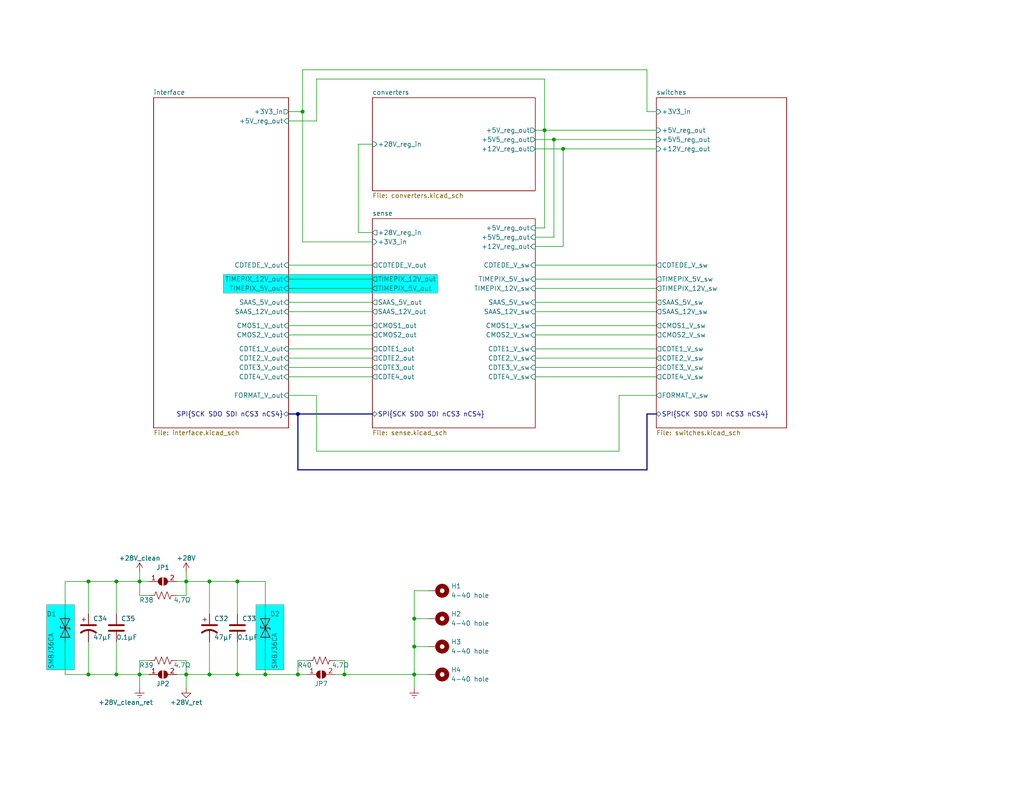
<source format=kicad_sch>
(kicad_sch (version 20230121) (generator eeschema)
  (paper "USLetter")
  (title_block (title "FOXSI-4 Power") (date "2024-10-24") (rev "3") (company "University of Minnesota"))
  (lib_symbols
    (symbol "Device:C" (pin_numbers hide) (pin_names (offset 0.254))
      (property "Reference" "C" (at 0.635 2.54 0))
      (property "Value" "C" (at 0.635 -2.54 0))
      (symbol "C_0_1"
        (polyline (pts (xy -2.032 -0.762) (xy 2.032 -0.762)) (stroke (width 0.508)))
        (polyline (pts (xy -2.032 0.762) (xy 2.032 0.762)) (stroke (width 0.508)))
      )
      (symbol "C_1_1"
        (pin passive line (at 0 3.81 270) (length 2.794) (name "~") (number "1"))
        (pin passive line (at 0 -3.81 90) (length 2.794) (name "~") (number "2"))
      )
    )
    (symbol "Device:C_Polarized_US" (pin_numbers hide) (pin_names (offset 0.254) hide)
      (property "Reference" "C" (at 0.635 2.54 0))
      (property "Value" "C_Polarized_US" (at 0.635 -2.54 0))
      (symbol "C_Polarized_US_0_1"
        (polyline (pts (xy -2.032 0.762) (xy 2.032 0.762)) (stroke (width 0.508)))
        (polyline (pts (xy -1.778 2.286) (xy -0.762 2.286)))
        (polyline (pts (xy -1.27 1.778) (xy -1.27 2.794)))
        (arc (start 2.032 -1.27) (mid 0 -0.5572) (end -2.032 -1.27) (stroke (width 0.508)))
      )
      (symbol "C_Polarized_US_1_1"
        (pin passive line (at 0 3.81 270) (length 2.794) (name "~") (number "1"))
        (pin passive line (at 0 -3.81 90) (length 3.302) (name "~") (number "2"))
      )
    )
    (symbol "Device:R_US" (pin_numbers hide) (pin_names (offset 0))
      (property "Reference" "R" (at 2.54 0 90))
      (property "Value" "R_US" (at -2.54 0 90))
      (symbol "R_US_0_1"
        (polyline (pts (xy 0 -2.286) (xy 0 -2.54)))
        (polyline (pts (xy 0 2.286) (xy 0 2.54)))
        (polyline (pts (xy 0 -0.762) (xy 1.016 -1.143) (xy 0 -1.524) (xy -1.016 -1.905) (xy 0 -2.286)))
        (polyline (pts (xy 0 0.762) (xy 1.016 0.381) (xy 0 0) (xy -1.016 -0.381) (xy 0 -0.762)))
        (polyline (pts (xy 0 2.286) (xy 1.016 1.905) (xy 0 1.524) (xy -1.016 1.143) (xy 0 0.762)))
      )
      (symbol "R_US_1_1"
        (pin passive line (at 0 3.81 270) (length 1.27) (name "~") (number "1"))
        (pin passive line (at 0 -3.81 90) (length 1.27) (name "~") (number "2"))
      )
    )
    (symbol "Diode:SD36_SOD323" (pin_numbers hide) (pin_names (offset 1.016) hide)
      (property "Reference" "D" (at 0 2.54 0))
      (property "Value" "SD36_SOD323" (at 0 -2.54 0))
      (symbol "SD36_SOD323_0_1"
        (polyline (pts (xy 1.27 0) (xy -1.27 0)))
        (polyline (pts (xy -2.54 -1.27) (xy 0 0) (xy -2.54 1.27) (xy -2.54 -1.27)) (stroke (width 0.2032)))
        (polyline (pts (xy 0.508 1.27) (xy 0 1.27) (xy 0 -1.27) (xy -0.508 -1.27)) (stroke (width 0.2032)))
        (polyline (pts (xy 2.54 1.27) (xy 2.54 -1.27) (xy 0 0) (xy 2.54 1.27)) (stroke (width 0.2032)))
      )
      (symbol "SD36_SOD323_1_1"
        (pin passive line (at -3.81 0 0) (length 2.54) (name "A1") (number "1"))
        (pin passive line (at 3.81 0 180) (length 2.54) (name "A2") (number "2"))
      )
    )
    (symbol "Jumper:SolderJumper_2_Open" (pin_names (offset 0) hide)
      (property "Reference" "JP" (at 0 2.032 0))
      (property "Value" "SolderJumper_2_Open" (at 0 -2.54 0))
      (symbol "SolderJumper_2_Open_0_1"
        (arc (start -0.254 1.016) (mid -1.2656 0) (end -0.254 -1.016))
        (arc (start -0.254 1.016) (mid -1.2656 0) (end -0.254 -1.016) (fill (type outline)))
        (polyline (pts (xy -0.254 1.016) (xy -0.254 -1.016)))
        (polyline (pts (xy 0.254 1.016) (xy 0.254 -1.016)))
        (arc (start 0.254 -1.016) (mid 1.2656 0) (end 0.254 1.016))
        (arc (start 0.254 -1.016) (mid 1.2656 0) (end 0.254 1.016) (fill (type outline)))
      )
      (symbol "SolderJumper_2_Open_1_1"
        (pin passive line (at -3.81 0 0) (length 2.54) (name "A") (number "1"))
        (pin passive line (at 3.81 0 180) (length 2.54) (name "B") (number "2"))
      )
    )
    (symbol "Mechanical:MountingHole_Pad" (pin_numbers hide) (pin_names (offset 1.016) hide)
      (property "Reference" "H" (at 0 6.35 0))
      (property "Value" "MountingHole_Pad" (at 0 4.445 0))
      (symbol "MountingHole_Pad_0_1"
        (circle (center 0 1.27) (radius 1.27) (stroke (width 1.27)))
      )
      (symbol "MountingHole_Pad_1_1"
        (pin input line (at 0 -2.54 90) (length 2.54) (name "1") (number "1"))
      )
    )
    (symbol "power:+28V" (power) (pin_names (offset 0))
      (property "Value" "+28V" (at 0 3.81 0))
      (symbol "+28V_0_1"
        (polyline (pts (xy -0.762 1.27) (xy 0 2.54)))
        (polyline (pts (xy 0 0) (xy 0 2.54)))
        (polyline (pts (xy 0 2.54) (xy 0.762 1.27)))
      )
      (symbol "+28V_1_1"
        (pin power_in line (at 0 0 90) (length 0) hide (name "+28V") (number "1"))
      )
    )
    (symbol "power:+28V_clean" (power) (pin_names (offset 0))
      (property "Value" "+28V_clean" (at 0 3.556 0))
      (symbol "+28V_clean_0_1"
        (polyline (pts (xy -0.762 1.27) (xy 0 2.54)))
        (polyline (pts (xy 0 0) (xy 0 2.54)))
        (polyline (pts (xy 0 2.54) (xy 0.762 1.27)))
      )
      (symbol "+28V_clean_1_1"
        (pin power_in line (at 0 0 90) (length 0) hide (name "+28V_clean") (number "1"))
      )
    )
    (symbol "power:+28V_clean_ret" (power) (pin_names (offset 0))
      (symbol "+28V_clean_ret_0_1"
        (polyline (pts (xy -0.635 -1.905) (xy 0.635 -1.905)))
        (polyline (pts (xy -0.127 -2.54) (xy 0.127 -2.54)))
        (polyline (pts (xy 0 -1.27) (xy 0 0)))
        (polyline (pts (xy 1.27 -1.27) (xy -1.27 -1.27)))
      )
      (symbol "+28V_clean_ret_1_1"
        (pin power_in line (at 0 0 270) (length 0) hide (name "+28V_clean_ret") (number "1"))
      )
    )
    (symbol "power:+28V_ret" (power) (pin_names (offset 0))
      (property "Value" "+28V_ret" (at 0 -3.81 0))
      (symbol "+28V_ret_0_1"
        (polyline (pts (xy 0 0) (xy 0 -1.27) (xy 1.27 -1.27) (xy 0 -2.54) (xy -1.27 -1.27) (xy 0 -1.27)))
      )
      (symbol "+28V_ret_1_1"
        (pin power_in line (at 0 0 270) (length 0) hide (name "+28V_ret") (number "1"))
      )
    )
    (symbol "power:Earth" (power) (pin_names (offset 0))
      (symbol "Earth_0_1"
        (polyline (pts (xy -0.635 -1.905) (xy 0.635 -1.905)))
        (polyline (pts (xy -0.127 -2.54) (xy 0.127 -2.54)))
        (polyline (pts (xy 0 -1.27) (xy 0 0)))
        (polyline (pts (xy 1.27 -1.27) (xy -1.27 -1.27)))
      )
      (symbol "Earth_1_1"
        (pin power_in line (at 0 0 270) (length 0) hide (name "Earth") (number "1"))
      )
    )
  )
  (junction (at 24.13 184.15))
  (junction (at 64.77 158.75))
  (junction (at 153.67 40.64))
  (junction (at 24.13 158.75))
  (junction (at 64.77 184.15))
  (junction (at 148.59 35.56))
  (junction (at 50.8 184.15))
  (junction (at 31.75 158.75))
  (junction (at 113.03 176.53))
  (junction (at 151.13 38.1))
  (junction (at 38.1 158.75))
  (junction (at 81.28 184.15))
  (junction (at 50.8 158.75))
  (junction (at 93.98 184.15))
  (junction (at 38.1 184.15))
  (junction (at 57.15 158.75))
  (junction (at 113.03 184.15))
  (junction (at 31.75 184.15))
  (junction (at 57.15 184.15))
  (junction (at 72.39 184.15))
  (junction (at 81.28 113.03))
  (junction (at 113.03 168.91))
  (junction (at 82.55 30.48))
  (wire (pts (xy 101.6 63.5) (xy 97.79 63.5)))
  (wire (pts (xy 38.1 158.75) (xy 38.1 162.56)))
  (wire (pts (xy 113.03 168.91) (xy 116.84 168.91)))
  (wire (pts (xy 146.05 38.1) (xy 151.13 38.1)))
  (wire (pts (xy 97.79 63.5) (xy 97.79 39.37)))
  (wire (pts (xy 151.13 38.1) (xy 179.07 38.1)))
  (wire (pts (xy 83.82 180.34) (xy 81.28 180.34)))
  (wire (pts (xy 50.8 158.75) (xy 50.8 162.56)))
  (wire (pts (xy 86.36 21.59) (xy 148.59 21.59)))
  (wire (pts (xy 148.59 21.59) (xy 148.59 35.56)))
  (wire (pts (xy 64.77 175.26) (xy 64.77 184.15)))
  (wire (pts (xy 78.74 33.02) (xy 86.36 33.02)))
  (wire (pts (xy 50.8 184.15) (xy 50.8 187.96)))
  (wire (pts (xy 148.59 35.56) (xy 179.07 35.56)))
  (wire (pts (xy 78.74 82.55) (xy 101.6 82.55)))
  (wire (pts (xy 146.05 72.39) (xy 179.07 72.39)))
  (wire (pts (xy 153.67 67.31) (xy 146.05 67.31)))
  (wire (pts (xy 153.67 40.64) (xy 179.07 40.64)))
  (wire (pts (xy 57.15 158.75) (xy 57.15 167.64)))
  (wire (pts (xy 146.05 78.74) (xy 179.07 78.74)))
  (wire (pts (xy 86.36 107.95) (xy 78.74 107.95)))
  (wire (pts (xy 31.75 158.75) (xy 38.1 158.75)))
  (wire (pts (xy 64.77 184.15) (xy 57.15 184.15)))
  (bus (pts (xy 81.28 113.03) (xy 101.6 113.03)))
  (wire (pts (xy 78.74 102.87) (xy 101.6 102.87)))
  (wire (pts (xy 146.05 85.09) (xy 179.07 85.09)))
  (wire (pts (xy 72.39 184.15) (xy 81.28 184.15)))
  (wire (pts (xy 17.78 167.64) (xy 17.78 158.75)))
  (wire (pts (xy 113.03 184.15) (xy 116.84 184.15)))
  (wire (pts (xy 81.28 180.34) (xy 81.28 184.15)))
  (wire (pts (xy 146.05 88.9) (xy 179.07 88.9)))
  (wire (pts (xy 176.53 19.05) (xy 82.55 19.05)))
  (wire (pts (xy 57.15 184.15) (xy 57.15 175.26)))
  (wire (pts (xy 50.8 162.56) (xy 48.26 162.56)))
  (wire (pts (xy 24.13 158.75) (xy 24.13 167.64)))
  (wire (pts (xy 81.28 184.15) (xy 83.82 184.15)))
  (wire (pts (xy 146.05 64.77) (xy 151.13 64.77)))
  (wire (pts (xy 168.91 123.19) (xy 86.36 123.19)))
  (wire (pts (xy 168.91 107.95) (xy 168.91 123.19)))
  (wire (pts (xy 78.74 100.33) (xy 101.6 100.33)))
  (wire (pts (xy 146.05 95.25) (xy 179.07 95.25)))
  (wire (pts (xy 64.77 167.64) (xy 64.77 158.75)))
  (wire (pts (xy 146.05 100.33) (xy 179.07 100.33)))
  (wire (pts (xy 50.8 184.15) (xy 57.15 184.15)))
  (wire (pts (xy 38.1 180.34) (xy 40.64 180.34)))
  (wire (pts (xy 78.74 72.39) (xy 101.6 72.39)))
  (wire (pts (xy 86.36 33.02) (xy 86.36 21.59)))
  (wire (pts (xy 176.53 30.48) (xy 176.53 19.05)))
  (wire (pts (xy 146.05 35.56) (xy 148.59 35.56)))
  (wire (pts (xy 146.05 97.79) (xy 179.07 97.79)))
  (wire (pts (xy 78.74 85.09) (xy 101.6 85.09)))
  (wire (pts (xy 50.8 180.34) (xy 50.8 184.15)))
  (wire (pts (xy 179.07 107.95) (xy 168.91 107.95)))
  (wire (pts (xy 148.59 35.56) (xy 148.59 62.23)))
  (wire (pts (xy 93.98 180.34) (xy 93.98 184.15)))
  (wire (pts (xy 113.03 168.91) (xy 113.03 161.29)))
  (wire (pts (xy 31.75 184.15) (xy 38.1 184.15)))
  (wire (pts (xy 24.13 184.15) (xy 31.75 184.15)))
  (wire (pts (xy 86.36 123.19) (xy 86.36 107.95)))
  (wire (pts (xy 31.75 184.15) (xy 31.75 175.26)))
  (wire (pts (xy 91.44 184.15) (xy 93.98 184.15)))
  (wire (pts (xy 146.05 76.2) (xy 179.07 76.2)))
  (wire (pts (xy 31.75 167.64) (xy 31.75 158.75)))
  (wire (pts (xy 78.74 78.74) (xy 101.6 78.74)))
  (wire (pts (xy 48.26 184.15) (xy 50.8 184.15)))
  (wire (pts (xy 78.74 76.2) (xy 101.6 76.2)))
  (wire (pts (xy 78.74 88.9) (xy 101.6 88.9)))
  (wire (pts (xy 113.03 176.53) (xy 116.84 176.53)))
  (bus (pts (xy 81.28 128.27) (xy 176.53 128.27)))
  (wire (pts (xy 179.07 30.48) (xy 176.53 30.48)))
  (wire (pts (xy 78.74 30.48) (xy 82.55 30.48)))
  (wire (pts (xy 78.74 97.79) (xy 101.6 97.79)))
  (wire (pts (xy 50.8 158.75) (xy 57.15 158.75)))
  (wire (pts (xy 113.03 184.15) (xy 113.03 176.53)))
  (wire (pts (xy 24.13 175.26) (xy 24.13 184.15)))
  (wire (pts (xy 38.1 162.56) (xy 40.64 162.56)))
  (wire (pts (xy 148.59 62.23) (xy 146.05 62.23)))
  (wire (pts (xy 17.78 184.15) (xy 24.13 184.15)))
  (wire (pts (xy 78.74 95.25) (xy 101.6 95.25)))
  (wire (pts (xy 38.1 184.15) (xy 38.1 187.96)))
  (wire (pts (xy 38.1 158.75) (xy 40.64 158.75)))
  (wire (pts (xy 146.05 40.64) (xy 153.67 40.64)))
  (wire (pts (xy 50.8 180.34) (xy 48.26 180.34)))
  (wire (pts (xy 72.39 158.75) (xy 64.77 158.75)))
  (wire (pts (xy 64.77 184.15) (xy 72.39 184.15)))
  (wire (pts (xy 113.03 176.53) (xy 113.03 168.91)))
  (wire (pts (xy 97.79 39.37) (xy 101.6 39.37)))
  (wire (pts (xy 40.64 184.15) (xy 38.1 184.15)))
  (wire (pts (xy 153.67 40.64) (xy 153.67 67.31)))
  (wire (pts (xy 91.44 180.34) (xy 93.98 180.34)))
  (wire (pts (xy 50.8 156.21) (xy 50.8 158.75)))
  (bus (pts (xy 176.53 128.27) (xy 176.53 113.03)))
  (wire (pts (xy 82.55 30.48) (xy 82.55 66.04)))
  (wire (pts (xy 17.78 158.75) (xy 24.13 158.75)))
  (wire (pts (xy 146.05 91.44) (xy 179.07 91.44)))
  (wire (pts (xy 82.55 19.05) (xy 82.55 30.48)))
  (wire (pts (xy 72.39 175.26) (xy 72.39 184.15)))
  (wire (pts (xy 113.03 161.29) (xy 116.84 161.29)))
  (bus (pts (xy 81.28 113.03) (xy 81.28 128.27)))
  (wire (pts (xy 113.03 187.96) (xy 113.03 184.15)))
  (wire (pts (xy 93.98 184.15) (xy 113.03 184.15)))
  (wire (pts (xy 146.05 102.87) (xy 179.07 102.87)))
  (wire (pts (xy 38.1 180.34) (xy 38.1 184.15)))
  (wire (pts (xy 64.77 158.75) (xy 57.15 158.75)))
  (wire (pts (xy 50.8 158.75) (xy 48.26 158.75)))
  (wire (pts (xy 151.13 38.1) (xy 151.13 64.77)))
  (bus (pts (xy 78.74 113.03) (xy 81.28 113.03)))
  (bus (pts (xy 176.53 113.03) (xy 179.07 113.03)))
  (wire (pts (xy 78.74 91.44) (xy 101.6 91.44)))
  (wire (pts (xy 72.39 167.64) (xy 72.39 158.75)))
  (wire (pts (xy 82.55 66.04) (xy 101.6 66.04)))
  (wire (pts (xy 17.78 175.26) (xy 17.78 184.15)))
  (wire (pts (xy 146.05 82.55) (xy 179.07 82.55)))
  (wire (pts (xy 38.1 156.21) (xy 38.1 158.75)))
  (wire (pts (xy 31.75 158.75) (xy 24.13 158.75)))
  (rectangle (start 69.85 165.1) (end 77.47 182.88) (stroke (width 0) (color 132 132 132 1)) (fill (type color) (color 0 255 255 1)))
  (rectangle (start 60.96 74.93) (end 119.38 80.01) (stroke (width 0) (color 132 132 132 1)) (fill (type color) (color 0 255 255 1)))
  (rectangle (start 12.7 165.1) (end 20.32 182.88) (stroke (width 0) (color 132 132 132 1)) (fill (type color) (color 0 255 255 1)))
  (symbol (lib_id "Mechanical:MountingHole_Pad") (at 119.38 168.91 270) (unit 1)
    (property "Reference" "H2" (at 124.46 167.64 90))
    (property "Value" "4-40 hole" (at 128.27 170.18 90))
    (property "Footprint" "MountingHole:MountingHole_0.116in_Pad" (effects hide))
  )
  (symbol (lib_id "power:Earth") (at 113.03 187.96 0) (unit 1)
    (property "Reference" "#PWR026" (effects hide))
    (property "Value" "Earth" (effects hide))
  )
  (symbol (lib_id "Jumper:SolderJumper_2_Open") (at 44.45 158.75 0) (unit 1)
    (property "Reference" "JP1" (at 44.45 154.94 0))
    (property "Value" "SHORT_CLEAN+28V" (effects hide))
    (property "Footprint" "Jumper:SolderJumper-2_P1.3mm_Open_RoundedPad1.0x1.5mm" (effects hide))
  )
  (symbol (lib_id "power:+28V_clean_ret") (at 38.1 187.96 0) (unit 1)
    (property "Reference" "#PWR08" (effects hide))
    (property "Value" "+28V_clean_ret" (at 34.29 191.77 0))
  )
  (symbol (lib_id "Mechanical:MountingHole_Pad") (at 119.38 184.15 270) (unit 1)
    (property "Reference" "H4" (at 124.46 182.88 90))
    (property "Value" "4-40 hole" (at 128.27 185.42 90))
    (property "Footprint" "MountingHole:MountingHole_0.116in_Pad" (effects hide))
  )
  (symbol (lib_id "Diode:SD36_SOD323") (at 72.39 171.45 90) (unit 1)
    (property "Reference" "D2" (at 73.66 167.64 90) (effects (justify right)))
    (property "Value" "SMBJ36CA" (at 74.93 172.72 0) (effects (justify right)))
    (property "Footprint" "Diode_SMD:D_SMB" (effects hide))
    (property "Datasheet" "https://www.littelfuse.com/media?resourcetype=datasheets&itemid=09a6ae9a-73cb-4ac4-acac-e6dab92ab953&filename=littelfuse_tvs_diode_smbj_datasheet.pdf" (effects hide))
  )
  (symbol (lib_id "Jumper:SolderJumper_2_Open") (at 87.63 184.15 0) (unit 1)
    (property "Reference" "JP7" (at 87.63 186.69 0))
    (property "Value" "SHORT_CHASSIS" (effects hide))
    (property "Footprint" "Jumper:SolderJumper-2_P1.3mm_Open_RoundedPad1.0x1.5mm" (effects hide))
  )
  (symbol (lib_id "Jumper:SolderJumper_2_Open") (at 44.45 184.15 0) (unit 1)
    (property "Reference" "JP2" (at 44.45 186.69 0))
    (property "Value" "SHORT_CLEAN_RETURN" (effects hide))
    (property "Footprint" "Jumper:SolderJumper-2_P1.3mm_Open_RoundedPad1.0x1.5mm" (effects hide))
  )
  (symbol (lib_id "power:+28V") (at 50.8 156.21 0) (unit 1)
    (property "Reference" "#PWR07" (effects hide))
    (property "Value" "+28V" (at 50.8 152.4 0))
  )
  (symbol (lib_id "power:+28V_clean") (at 38.1 156.21 0) (unit 1)
    (property "Reference" "#PWR06" (effects hide))
    (property "Value" "+28V_clean" (at 38.1 152.4 0))
  )
  (symbol (lib_id "Device:C_Polarized_US") (at 57.15 171.45 0) (unit 1)
    (property "Reference" "C32" (at 58.42 168.91 0) (effects (justify left)))
    (property "Value" "47µF" (at 58.42 173.99 0) (effects (justify left)))
    (property "Footprint" "Capacitor_Tantalum_SMD:CP_EIA-7343-15_Kemet-W" (effects hide))
    (property "Datasheet" "https://connect.kemet.com:7667/gateway/IntelliData-ComponentDocumentation/1.0/download/datasheet/T495X476K025ATE080" (effects hide))
    (property "Digikey" "399-5205-1-ND" (effects hide))
  )
  (symbol (lib_id "Diode:SD36_SOD323") (at 17.78 171.45 90) (unit 1)
    (property "Reference" "D1" (at 12.7 167.64 90) (effects (justify right)))
    (property "Value" "SMBJ36CA" (at 13.97 172.72 0) (effects (justify right)))
    (property "Footprint" "Diode_SMD:D_SMB" (effects hide))
    (property "Datasheet" "https://www.littelfuse.com/media?resourcetype=datasheets&itemid=09a6ae9a-73cb-4ac4-acac-e6dab92ab953&filename=littelfuse_tvs_diode_smbj_datasheet.pdf" (effects hide))
  )
  (symbol (lib_id "Mechanical:MountingHole_Pad") (at 119.38 176.53 270) (unit 1)
    (property "Reference" "H3" (at 124.46 175.26 90))
    (property "Value" "4-40 hole" (at 128.27 177.8 90))
    (property "Footprint" "MountingHole:MountingHole_0.116in_Pad" (effects hide))
  )
  (symbol (lib_id "Device:C_Polarized_US") (at 24.13 171.45 0) (unit 1)
    (property "Reference" "C34" (at 25.4 168.91 0) (effects (justify left)))
    (property "Value" "47µF" (at 25.4 173.99 0) (effects (justify left)))
    (property "Footprint" "Capacitor_Tantalum_SMD:CP_EIA-7343-15_Kemet-W" (effects hide))
    (property "Datasheet" "https://connect.kemet.com:7667/gateway/IntelliData-ComponentDocumentation/1.0/download/datasheet/T495X476K025ATE080" (effects hide))
    (property "Digikey" "399-5205-1-ND" (effects hide))
  )
  (symbol (lib_id "Mechanical:MountingHole_Pad") (at 119.38 161.29 270) (unit 1)
    (property "Reference" "H1" (at 124.46 160.02 90))
    (property "Value" "4-40 hole" (at 128.27 162.56 90))
    (property "Footprint" "MountingHole:MountingHole_0.116in_Pad" (effects hide))
  )
  (symbol (lib_id "Device:R_US") (at 87.63 180.34 90) (unit 1)
    (property "Reference" "R40" (at 85.09 181.61 90) (effects (justify left)))
    (property "Value" "4.7Ω" (at 95.25 181.61 90) (effects (justify left)))
    (property "Footprint" "Resistor_SMD:R_1210_3225Metric" (effects hide))
  )
  (symbol (lib_id "power:+28V_ret") (at 50.8 187.96 0) (unit 1)
    (property "Reference" "#PWR09" (effects hide))
    (property "Value" "+28V_ret" (at 50.8 191.77 0))
  )
  (symbol (lib_id "Device:C") (at 31.75 171.45 0) (unit 1)
    (property "Reference" "C35" (at 33.02 168.91 0) (effects (justify left)))
    (property "Value" "0.1µF" (at 31.75 173.99 0) (effects (justify left)))
    (property "Footprint" "Resistor_SMD:R_0603_1608Metric" (effects hide))
  )
  (symbol (lib_id "Device:R_US") (at 44.45 180.34 90) (unit 1)
    (property "Reference" "R39" (at 41.91 181.61 90) (effects (justify left)))
    (property "Value" "4.7Ω" (at 52.07 181.61 90) (effects (justify left)))
    (property "Footprint" "Resistor_SMD:R_1210_3225Metric" (effects hide))
  )
  (symbol (lib_id "Device:C") (at 64.77 171.45 0) (unit 1)
    (property "Reference" "C33" (at 66.04 168.91 0) (effects (justify left)))
    (property "Value" "0.1µF" (at 64.77 173.99 0) (effects (justify left)))
    (property "Footprint" "Resistor_SMD:R_0603_1608Metric" (effects hide))
  )
  (symbol (lib_id "Device:R_US") (at 44.45 162.56 90) (unit 1)
    (property "Reference" "R38" (at 41.91 163.83 90) (effects (justify left)))
    (property "Value" "4.7Ω" (at 52.07 163.83 90) (effects (justify left)))
    (property "Footprint" "Resistor_SMD:R_1210_3225Metric" (effects hide))
  )
  (sheet (at 101.6 26.67) (size 44.45 25.4) (stroke (width 0.1524))
    (property "Sheetname" "converters" (at 101.6 25.9584 0) (effects (justify left bottom)))
    (property "Sheetfile" "converters.kicad_sch" (at 101.6 52.6546 0) (effects (justify left top)))
    (pin "+28V_reg_in" input (at 101.6 39.37 180))
    (pin "+12V_reg_out" output (at 146.05 40.64 0))
    (pin "+5V_reg_out" output (at 146.05 35.56 0))
    (pin "+5V5_reg_out" output (at 146.05 38.1 0))
  )
  (sheet (at 179.07 26.67) (size 35.56 90.17) (stroke (width 0.1524))
    (property "Sheetname" "switches" (at 179.07 25.9584 0) (effects (justify left bottom)))
    (property "Sheetfile" "switches.kicad_sch" (at 179.07 117.4246 0) (effects (justify left top)))
    (pin "SPI{SCK SDO SDI nCS3 nCS4}" bidirectional (at 179.07 113.03 180))
    (pin "CDTEDE_V_sw" output (at 179.07 72.39 180))
    (pin "TIMEPIX_5V_sw" output (at 179.07 76.2 180))
    (pin "TIMEPIX_12V_sw" output (at 179.07 78.74 180))
    (pin "+12V_reg_out" input (at 179.07 40.64 180))
    (pin "SAAS_12V_sw" output (at 179.07 85.09 180))
    (pin "SAAS_5V_sw" output (at 179.07 82.55 180))
    (pin "CMOS2_V_sw" output (at 179.07 91.44 180))
    (pin "CMOS1_V_sw" output (at 179.07 88.9 180))
    (pin "CDTE2_V_sw" output (at 179.07 97.79 180))
    (pin "CDTE3_V_sw" output (at 179.07 100.33 180))
    (pin "CDTE4_V_sw" output (at 179.07 102.87 180))
    (pin "CDTE1_V_sw" output (at 179.07 95.25 180))
    (pin "+5V_reg_out" input (at 179.07 35.56 180))
    (pin "+5V5_reg_out" input (at 179.07 38.1 180))
    (pin "+3V3_in" input (at 179.07 30.48 180))
    (pin "FORMAT_V_sw" output (at 179.07 107.95 180))
  )
  (sheet (at 101.6 59.69) (size 44.45 57.15) (stroke (width 0.1524))
    (property "Sheetname" "sense" (at 101.6 58.9784 0) (effects (justify left bottom)))
    (property "Sheetfile" "sense.kicad_sch" (at 101.6 117.4246 0) (effects (justify left top)))
    (pin "CDTEDE_V_sw" input (at 146.05 72.39 0))
    (pin "CDTEDE_V_out" output (at 101.6 72.39 180))
    (pin "TIMEPIX_12V_sw" input (at 146.05 78.74 0))
    (pin "TIMEPIX_5V_sw" input (at 146.05 76.2 0))
    (pin "SAAS_5V_sw" input (at 146.05 82.55 0))
    (pin "SAAS_5V_out" output (at 101.6 82.55 180))
    (pin "SAAS_12V_sw" input (at 146.05 85.09 0))
    (pin "SAAS_12V_out" output (at 101.6 85.09 180))
    (pin "CDTE3_V_sw" input (at 146.05 100.33 0))
    (pin "CDTE3_out" output (at 101.6 100.33 180))
    (pin "CDTE4_V_sw" input (at 146.05 102.87 0))
    (pin "CDTE4_out" output (at 101.6 102.87 180))
    (pin "CMOS1_V_sw" input (at 146.05 88.9 0))
    (pin "CMOS2_out" output (at 101.6 91.44 180))
    (pin "CMOS1_out" output (at 101.6 88.9 180))
    (pin "CDTE1_out" output (at 101.6 95.25 180))
    (pin "CDTE1_V_sw" input (at 146.05 95.25 0))
    (pin "CDTE2_out" output (at 101.6 97.79 180))
    (pin "CDTE2_V_sw" input (at 146.05 97.79 0))
    (pin "CMOS2_V_sw" input (at 146.05 91.44 0))
    (pin "SPI{SCK SDO SDI nCS3 nCS4}" bidirectional (at 101.6 113.03 180))
    (pin "+5V_reg_out" input (at 146.05 62.23 0))
    (pin "+28V_reg_in" output (at 101.6 63.5 180))
    (pin "+3V3_in" input (at 101.6 66.04 180))
    (pin "+12V_reg_out" input (at 146.05 67.31 0))
    (pin "+5V5_reg_out" input (at 146.05 64.77 0))
    (pin "TIMEPIX_5V_out" output (at 101.6 78.74 180))
    (pin "TIMEPIX_12V_out" output (at 101.6 76.2 180))
  )
  (sheet (at 41.91 26.67) (size 36.83 90.17) (stroke (width 0.1524))
    (property "Sheetname" "interface" (at 41.91 25.9584 0) (effects (justify left bottom)))
    (property "Sheetfile" "interface.kicad_sch" (at 41.91 117.4246 0) (effects (justify left top)))
    (pin "SPI{SCK SDO SDI nCS3 nCS4}" bidirectional (at 78.74 113.03 0))
    (pin "+3V3_in" output (at 78.74 30.48 0))
    (pin "CMOS2_V_out" input (at 78.74 91.44 0))
    (pin "CDTE1_V_out" input (at 78.74 95.25 0))
    (pin "CDTE2_V_out" input (at 78.74 97.79 0))
    (pin "CDTE3_V_out" input (at 78.74 100.33 0))
    (pin "CDTE4_V_out" input (at 78.74 102.87 0))
    (pin "CMOS1_V_out" input (at 78.74 88.9 0))
    (pin "SAAS_5V_out" input (at 78.74 82.55 0))
    (pin "SAAS_12V_out" input (at 78.74 85.09 0))
    (pin "TIMEPIX_12V_out" input (at 78.74 76.2 0))
    (pin "CDTEDE_V_out" input (at 78.74 72.39 0))
    (pin "TIMEPIX_5V_out" input (at 78.74 78.74 0))
    (pin "+5V_reg_out" input (at 78.74 33.02 0))
    (pin "FORMAT_V_out" input (at 78.74 107.95 0))
  )
)
</source>
